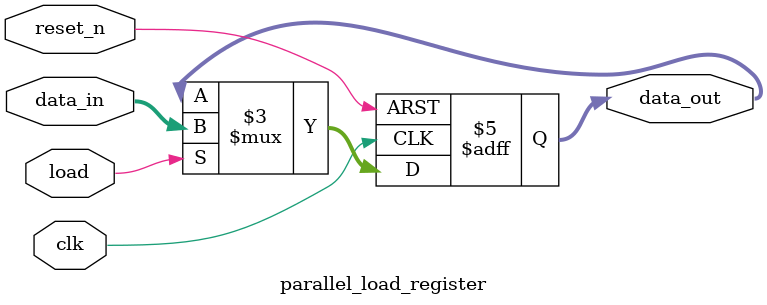
<source format=v>
module parallel_load_register (
    input wire clk,
    input wire reset_n, // Active low reset
    input wire load,
    input wire [3:0] data_in,
    output reg [3:0] data_out
);

always @(posedge clk or negedge reset_n) begin
    if (!reset_n) begin // If reset is low (active)
        data_out <= 4'b0000; // Clear the register
    end 
    else if (load) begin
        data_out <= data_in; // Load the input into the register
    end
end

endmodule

</source>
